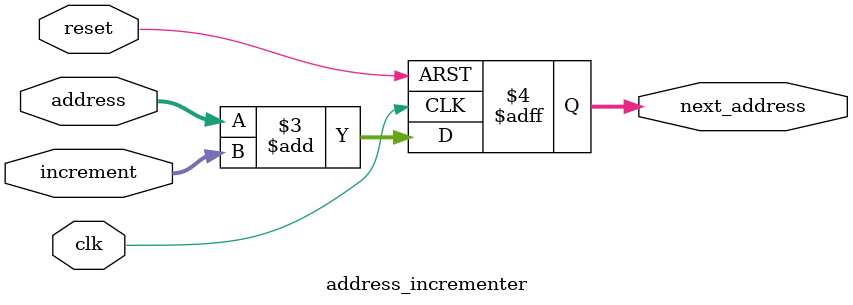
<source format=v>
module address_incrementer(
  input clk,
  input reset,
  input [31:0] address,
  input [31:0] increment,
  output reg [31:0] next_address
);

  always @(posedge clk or negedge reset) begin
    if (!reset) begin
      next_address <= 32'b0;
    end else begin
      next_address <= address + increment;
    end
  end

endmodule


</source>
